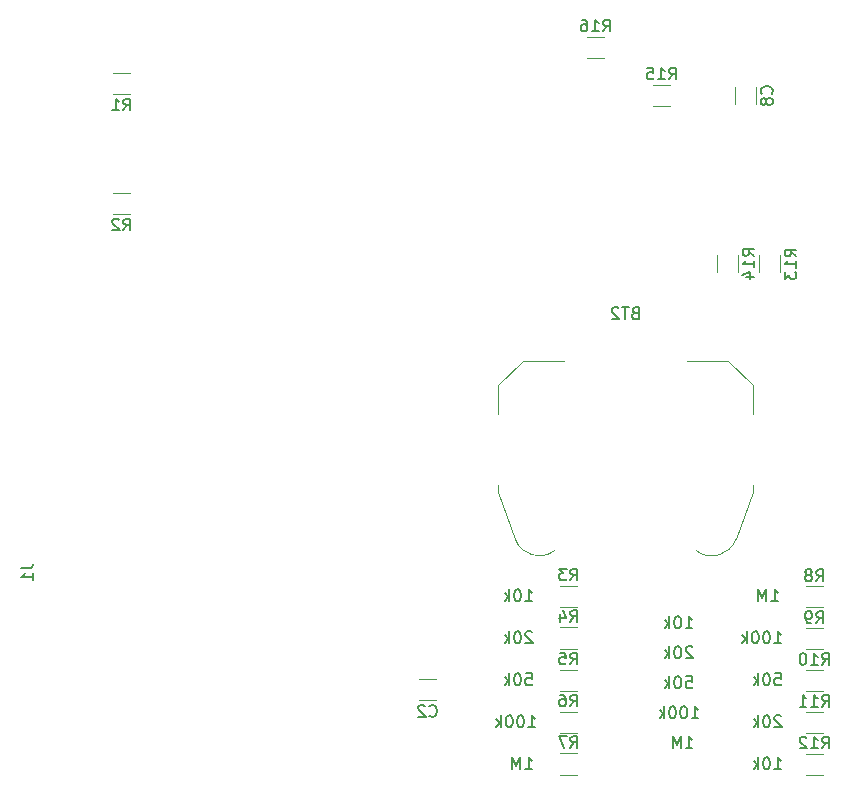
<source format=gbr>
%TF.GenerationSoftware,KiCad,Pcbnew,7.0.7*%
%TF.CreationDate,2024-11-29T17:50:20-06:00*%
%TF.ProjectId,DAQ Rev 2,44415120-5265-4762-9032-2e6b69636164,rev?*%
%TF.SameCoordinates,Original*%
%TF.FileFunction,Legend,Bot*%
%TF.FilePolarity,Positive*%
%FSLAX46Y46*%
G04 Gerber Fmt 4.6, Leading zero omitted, Abs format (unit mm)*
G04 Created by KiCad (PCBNEW 7.0.7) date 2024-11-29 17:50:20*
%MOMM*%
%LPD*%
G01*
G04 APERTURE LIST*
%ADD10C,0.150000*%
%ADD11C,0.120000*%
G04 APERTURE END LIST*
D10*
X163223411Y-114423819D02*
X163794839Y-114423819D01*
X163509125Y-114423819D02*
X163509125Y-113423819D01*
X163509125Y-113423819D02*
X163604363Y-113566676D01*
X163604363Y-113566676D02*
X163699601Y-113661914D01*
X163699601Y-113661914D02*
X163794839Y-113709533D01*
X162794839Y-114423819D02*
X162794839Y-113423819D01*
X162794839Y-113423819D02*
X162461506Y-114138104D01*
X162461506Y-114138104D02*
X162128173Y-113423819D01*
X162128173Y-113423819D02*
X162128173Y-114423819D01*
X177363503Y-104121057D02*
X177315884Y-104073438D01*
X177315884Y-104073438D02*
X177220646Y-104025819D01*
X177220646Y-104025819D02*
X176982551Y-104025819D01*
X176982551Y-104025819D02*
X176887313Y-104073438D01*
X176887313Y-104073438D02*
X176839694Y-104121057D01*
X176839694Y-104121057D02*
X176792075Y-104216295D01*
X176792075Y-104216295D02*
X176792075Y-104311533D01*
X176792075Y-104311533D02*
X176839694Y-104454390D01*
X176839694Y-104454390D02*
X177411122Y-105025819D01*
X177411122Y-105025819D02*
X176792075Y-105025819D01*
X176173027Y-104025819D02*
X176077789Y-104025819D01*
X176077789Y-104025819D02*
X175982551Y-104073438D01*
X175982551Y-104073438D02*
X175934932Y-104121057D01*
X175934932Y-104121057D02*
X175887313Y-104216295D01*
X175887313Y-104216295D02*
X175839694Y-104406771D01*
X175839694Y-104406771D02*
X175839694Y-104644866D01*
X175839694Y-104644866D02*
X175887313Y-104835342D01*
X175887313Y-104835342D02*
X175934932Y-104930580D01*
X175934932Y-104930580D02*
X175982551Y-104978200D01*
X175982551Y-104978200D02*
X176077789Y-105025819D01*
X176077789Y-105025819D02*
X176173027Y-105025819D01*
X176173027Y-105025819D02*
X176268265Y-104978200D01*
X176268265Y-104978200D02*
X176315884Y-104930580D01*
X176315884Y-104930580D02*
X176363503Y-104835342D01*
X176363503Y-104835342D02*
X176411122Y-104644866D01*
X176411122Y-104644866D02*
X176411122Y-104406771D01*
X176411122Y-104406771D02*
X176363503Y-104216295D01*
X176363503Y-104216295D02*
X176315884Y-104121057D01*
X176315884Y-104121057D02*
X176268265Y-104073438D01*
X176268265Y-104073438D02*
X176173027Y-104025819D01*
X175411122Y-105025819D02*
X175411122Y-104025819D01*
X175315884Y-104644866D02*
X175030170Y-105025819D01*
X175030170Y-104359152D02*
X175411122Y-104740104D01*
X163271030Y-106311819D02*
X163747220Y-106311819D01*
X163747220Y-106311819D02*
X163794839Y-106788009D01*
X163794839Y-106788009D02*
X163747220Y-106740390D01*
X163747220Y-106740390D02*
X163651982Y-106692771D01*
X163651982Y-106692771D02*
X163413887Y-106692771D01*
X163413887Y-106692771D02*
X163318649Y-106740390D01*
X163318649Y-106740390D02*
X163271030Y-106788009D01*
X163271030Y-106788009D02*
X163223411Y-106883247D01*
X163223411Y-106883247D02*
X163223411Y-107121342D01*
X163223411Y-107121342D02*
X163271030Y-107216580D01*
X163271030Y-107216580D02*
X163318649Y-107264200D01*
X163318649Y-107264200D02*
X163413887Y-107311819D01*
X163413887Y-107311819D02*
X163651982Y-107311819D01*
X163651982Y-107311819D02*
X163747220Y-107264200D01*
X163747220Y-107264200D02*
X163794839Y-107216580D01*
X162604363Y-106311819D02*
X162509125Y-106311819D01*
X162509125Y-106311819D02*
X162413887Y-106359438D01*
X162413887Y-106359438D02*
X162366268Y-106407057D01*
X162366268Y-106407057D02*
X162318649Y-106502295D01*
X162318649Y-106502295D02*
X162271030Y-106692771D01*
X162271030Y-106692771D02*
X162271030Y-106930866D01*
X162271030Y-106930866D02*
X162318649Y-107121342D01*
X162318649Y-107121342D02*
X162366268Y-107216580D01*
X162366268Y-107216580D02*
X162413887Y-107264200D01*
X162413887Y-107264200D02*
X162509125Y-107311819D01*
X162509125Y-107311819D02*
X162604363Y-107311819D01*
X162604363Y-107311819D02*
X162699601Y-107264200D01*
X162699601Y-107264200D02*
X162747220Y-107216580D01*
X162747220Y-107216580D02*
X162794839Y-107121342D01*
X162794839Y-107121342D02*
X162842458Y-106930866D01*
X162842458Y-106930866D02*
X162842458Y-106692771D01*
X162842458Y-106692771D02*
X162794839Y-106502295D01*
X162794839Y-106502295D02*
X162747220Y-106407057D01*
X162747220Y-106407057D02*
X162699601Y-106359438D01*
X162699601Y-106359438D02*
X162604363Y-106311819D01*
X161842458Y-107311819D02*
X161842458Y-106311819D01*
X161747220Y-106930866D02*
X161461506Y-107311819D01*
X161461506Y-106645152D02*
X161842458Y-107026104D01*
X184353030Y-106311819D02*
X184829220Y-106311819D01*
X184829220Y-106311819D02*
X184876839Y-106788009D01*
X184876839Y-106788009D02*
X184829220Y-106740390D01*
X184829220Y-106740390D02*
X184733982Y-106692771D01*
X184733982Y-106692771D02*
X184495887Y-106692771D01*
X184495887Y-106692771D02*
X184400649Y-106740390D01*
X184400649Y-106740390D02*
X184353030Y-106788009D01*
X184353030Y-106788009D02*
X184305411Y-106883247D01*
X184305411Y-106883247D02*
X184305411Y-107121342D01*
X184305411Y-107121342D02*
X184353030Y-107216580D01*
X184353030Y-107216580D02*
X184400649Y-107264200D01*
X184400649Y-107264200D02*
X184495887Y-107311819D01*
X184495887Y-107311819D02*
X184733982Y-107311819D01*
X184733982Y-107311819D02*
X184829220Y-107264200D01*
X184829220Y-107264200D02*
X184876839Y-107216580D01*
X183686363Y-106311819D02*
X183591125Y-106311819D01*
X183591125Y-106311819D02*
X183495887Y-106359438D01*
X183495887Y-106359438D02*
X183448268Y-106407057D01*
X183448268Y-106407057D02*
X183400649Y-106502295D01*
X183400649Y-106502295D02*
X183353030Y-106692771D01*
X183353030Y-106692771D02*
X183353030Y-106930866D01*
X183353030Y-106930866D02*
X183400649Y-107121342D01*
X183400649Y-107121342D02*
X183448268Y-107216580D01*
X183448268Y-107216580D02*
X183495887Y-107264200D01*
X183495887Y-107264200D02*
X183591125Y-107311819D01*
X183591125Y-107311819D02*
X183686363Y-107311819D01*
X183686363Y-107311819D02*
X183781601Y-107264200D01*
X183781601Y-107264200D02*
X183829220Y-107216580D01*
X183829220Y-107216580D02*
X183876839Y-107121342D01*
X183876839Y-107121342D02*
X183924458Y-106930866D01*
X183924458Y-106930866D02*
X183924458Y-106692771D01*
X183924458Y-106692771D02*
X183876839Y-106502295D01*
X183876839Y-106502295D02*
X183829220Y-106407057D01*
X183829220Y-106407057D02*
X183781601Y-106359438D01*
X183781601Y-106359438D02*
X183686363Y-106311819D01*
X182924458Y-107311819D02*
X182924458Y-106311819D01*
X182829220Y-106930866D02*
X182543506Y-107311819D01*
X182543506Y-106645152D02*
X182924458Y-107026104D01*
X176792075Y-112645819D02*
X177363503Y-112645819D01*
X177077789Y-112645819D02*
X177077789Y-111645819D01*
X177077789Y-111645819D02*
X177173027Y-111788676D01*
X177173027Y-111788676D02*
X177268265Y-111883914D01*
X177268265Y-111883914D02*
X177363503Y-111931533D01*
X176363503Y-112645819D02*
X176363503Y-111645819D01*
X176363503Y-111645819D02*
X176030170Y-112360104D01*
X176030170Y-112360104D02*
X175696837Y-111645819D01*
X175696837Y-111645819D02*
X175696837Y-112645819D01*
X176839694Y-106565819D02*
X177315884Y-106565819D01*
X177315884Y-106565819D02*
X177363503Y-107042009D01*
X177363503Y-107042009D02*
X177315884Y-106994390D01*
X177315884Y-106994390D02*
X177220646Y-106946771D01*
X177220646Y-106946771D02*
X176982551Y-106946771D01*
X176982551Y-106946771D02*
X176887313Y-106994390D01*
X176887313Y-106994390D02*
X176839694Y-107042009D01*
X176839694Y-107042009D02*
X176792075Y-107137247D01*
X176792075Y-107137247D02*
X176792075Y-107375342D01*
X176792075Y-107375342D02*
X176839694Y-107470580D01*
X176839694Y-107470580D02*
X176887313Y-107518200D01*
X176887313Y-107518200D02*
X176982551Y-107565819D01*
X176982551Y-107565819D02*
X177220646Y-107565819D01*
X177220646Y-107565819D02*
X177315884Y-107518200D01*
X177315884Y-107518200D02*
X177363503Y-107470580D01*
X176173027Y-106565819D02*
X176077789Y-106565819D01*
X176077789Y-106565819D02*
X175982551Y-106613438D01*
X175982551Y-106613438D02*
X175934932Y-106661057D01*
X175934932Y-106661057D02*
X175887313Y-106756295D01*
X175887313Y-106756295D02*
X175839694Y-106946771D01*
X175839694Y-106946771D02*
X175839694Y-107184866D01*
X175839694Y-107184866D02*
X175887313Y-107375342D01*
X175887313Y-107375342D02*
X175934932Y-107470580D01*
X175934932Y-107470580D02*
X175982551Y-107518200D01*
X175982551Y-107518200D02*
X176077789Y-107565819D01*
X176077789Y-107565819D02*
X176173027Y-107565819D01*
X176173027Y-107565819D02*
X176268265Y-107518200D01*
X176268265Y-107518200D02*
X176315884Y-107470580D01*
X176315884Y-107470580D02*
X176363503Y-107375342D01*
X176363503Y-107375342D02*
X176411122Y-107184866D01*
X176411122Y-107184866D02*
X176411122Y-106946771D01*
X176411122Y-106946771D02*
X176363503Y-106756295D01*
X176363503Y-106756295D02*
X176315884Y-106661057D01*
X176315884Y-106661057D02*
X176268265Y-106613438D01*
X176268265Y-106613438D02*
X176173027Y-106565819D01*
X175411122Y-107565819D02*
X175411122Y-106565819D01*
X175315884Y-107184866D02*
X175030170Y-107565819D01*
X175030170Y-106899152D02*
X175411122Y-107280104D01*
X163223411Y-100199819D02*
X163794839Y-100199819D01*
X163509125Y-100199819D02*
X163509125Y-99199819D01*
X163509125Y-99199819D02*
X163604363Y-99342676D01*
X163604363Y-99342676D02*
X163699601Y-99437914D01*
X163699601Y-99437914D02*
X163794839Y-99485533D01*
X162604363Y-99199819D02*
X162509125Y-99199819D01*
X162509125Y-99199819D02*
X162413887Y-99247438D01*
X162413887Y-99247438D02*
X162366268Y-99295057D01*
X162366268Y-99295057D02*
X162318649Y-99390295D01*
X162318649Y-99390295D02*
X162271030Y-99580771D01*
X162271030Y-99580771D02*
X162271030Y-99818866D01*
X162271030Y-99818866D02*
X162318649Y-100009342D01*
X162318649Y-100009342D02*
X162366268Y-100104580D01*
X162366268Y-100104580D02*
X162413887Y-100152200D01*
X162413887Y-100152200D02*
X162509125Y-100199819D01*
X162509125Y-100199819D02*
X162604363Y-100199819D01*
X162604363Y-100199819D02*
X162699601Y-100152200D01*
X162699601Y-100152200D02*
X162747220Y-100104580D01*
X162747220Y-100104580D02*
X162794839Y-100009342D01*
X162794839Y-100009342D02*
X162842458Y-99818866D01*
X162842458Y-99818866D02*
X162842458Y-99580771D01*
X162842458Y-99580771D02*
X162794839Y-99390295D01*
X162794839Y-99390295D02*
X162747220Y-99295057D01*
X162747220Y-99295057D02*
X162699601Y-99247438D01*
X162699601Y-99247438D02*
X162604363Y-99199819D01*
X161842458Y-100199819D02*
X161842458Y-99199819D01*
X161747220Y-99818866D02*
X161461506Y-100199819D01*
X161461506Y-99533152D02*
X161842458Y-99914104D01*
X184305411Y-114423819D02*
X184876839Y-114423819D01*
X184591125Y-114423819D02*
X184591125Y-113423819D01*
X184591125Y-113423819D02*
X184686363Y-113566676D01*
X184686363Y-113566676D02*
X184781601Y-113661914D01*
X184781601Y-113661914D02*
X184876839Y-113709533D01*
X183686363Y-113423819D02*
X183591125Y-113423819D01*
X183591125Y-113423819D02*
X183495887Y-113471438D01*
X183495887Y-113471438D02*
X183448268Y-113519057D01*
X183448268Y-113519057D02*
X183400649Y-113614295D01*
X183400649Y-113614295D02*
X183353030Y-113804771D01*
X183353030Y-113804771D02*
X183353030Y-114042866D01*
X183353030Y-114042866D02*
X183400649Y-114233342D01*
X183400649Y-114233342D02*
X183448268Y-114328580D01*
X183448268Y-114328580D02*
X183495887Y-114376200D01*
X183495887Y-114376200D02*
X183591125Y-114423819D01*
X183591125Y-114423819D02*
X183686363Y-114423819D01*
X183686363Y-114423819D02*
X183781601Y-114376200D01*
X183781601Y-114376200D02*
X183829220Y-114328580D01*
X183829220Y-114328580D02*
X183876839Y-114233342D01*
X183876839Y-114233342D02*
X183924458Y-114042866D01*
X183924458Y-114042866D02*
X183924458Y-113804771D01*
X183924458Y-113804771D02*
X183876839Y-113614295D01*
X183876839Y-113614295D02*
X183829220Y-113519057D01*
X183829220Y-113519057D02*
X183781601Y-113471438D01*
X183781601Y-113471438D02*
X183686363Y-113423819D01*
X182924458Y-114423819D02*
X182924458Y-113423819D01*
X182829220Y-114042866D02*
X182543506Y-114423819D01*
X182543506Y-113757152D02*
X182924458Y-114138104D01*
X184305411Y-103755819D02*
X184876839Y-103755819D01*
X184591125Y-103755819D02*
X184591125Y-102755819D01*
X184591125Y-102755819D02*
X184686363Y-102898676D01*
X184686363Y-102898676D02*
X184781601Y-102993914D01*
X184781601Y-102993914D02*
X184876839Y-103041533D01*
X183686363Y-102755819D02*
X183591125Y-102755819D01*
X183591125Y-102755819D02*
X183495887Y-102803438D01*
X183495887Y-102803438D02*
X183448268Y-102851057D01*
X183448268Y-102851057D02*
X183400649Y-102946295D01*
X183400649Y-102946295D02*
X183353030Y-103136771D01*
X183353030Y-103136771D02*
X183353030Y-103374866D01*
X183353030Y-103374866D02*
X183400649Y-103565342D01*
X183400649Y-103565342D02*
X183448268Y-103660580D01*
X183448268Y-103660580D02*
X183495887Y-103708200D01*
X183495887Y-103708200D02*
X183591125Y-103755819D01*
X183591125Y-103755819D02*
X183686363Y-103755819D01*
X183686363Y-103755819D02*
X183781601Y-103708200D01*
X183781601Y-103708200D02*
X183829220Y-103660580D01*
X183829220Y-103660580D02*
X183876839Y-103565342D01*
X183876839Y-103565342D02*
X183924458Y-103374866D01*
X183924458Y-103374866D02*
X183924458Y-103136771D01*
X183924458Y-103136771D02*
X183876839Y-102946295D01*
X183876839Y-102946295D02*
X183829220Y-102851057D01*
X183829220Y-102851057D02*
X183781601Y-102803438D01*
X183781601Y-102803438D02*
X183686363Y-102755819D01*
X182733982Y-102755819D02*
X182638744Y-102755819D01*
X182638744Y-102755819D02*
X182543506Y-102803438D01*
X182543506Y-102803438D02*
X182495887Y-102851057D01*
X182495887Y-102851057D02*
X182448268Y-102946295D01*
X182448268Y-102946295D02*
X182400649Y-103136771D01*
X182400649Y-103136771D02*
X182400649Y-103374866D01*
X182400649Y-103374866D02*
X182448268Y-103565342D01*
X182448268Y-103565342D02*
X182495887Y-103660580D01*
X182495887Y-103660580D02*
X182543506Y-103708200D01*
X182543506Y-103708200D02*
X182638744Y-103755819D01*
X182638744Y-103755819D02*
X182733982Y-103755819D01*
X182733982Y-103755819D02*
X182829220Y-103708200D01*
X182829220Y-103708200D02*
X182876839Y-103660580D01*
X182876839Y-103660580D02*
X182924458Y-103565342D01*
X182924458Y-103565342D02*
X182972077Y-103374866D01*
X182972077Y-103374866D02*
X182972077Y-103136771D01*
X182972077Y-103136771D02*
X182924458Y-102946295D01*
X182924458Y-102946295D02*
X182876839Y-102851057D01*
X182876839Y-102851057D02*
X182829220Y-102803438D01*
X182829220Y-102803438D02*
X182733982Y-102755819D01*
X181972077Y-103755819D02*
X181972077Y-102755819D01*
X181876839Y-103374866D02*
X181591125Y-103755819D01*
X181591125Y-103089152D02*
X181972077Y-103470104D01*
X184876839Y-109963057D02*
X184829220Y-109915438D01*
X184829220Y-109915438D02*
X184733982Y-109867819D01*
X184733982Y-109867819D02*
X184495887Y-109867819D01*
X184495887Y-109867819D02*
X184400649Y-109915438D01*
X184400649Y-109915438D02*
X184353030Y-109963057D01*
X184353030Y-109963057D02*
X184305411Y-110058295D01*
X184305411Y-110058295D02*
X184305411Y-110153533D01*
X184305411Y-110153533D02*
X184353030Y-110296390D01*
X184353030Y-110296390D02*
X184924458Y-110867819D01*
X184924458Y-110867819D02*
X184305411Y-110867819D01*
X183686363Y-109867819D02*
X183591125Y-109867819D01*
X183591125Y-109867819D02*
X183495887Y-109915438D01*
X183495887Y-109915438D02*
X183448268Y-109963057D01*
X183448268Y-109963057D02*
X183400649Y-110058295D01*
X183400649Y-110058295D02*
X183353030Y-110248771D01*
X183353030Y-110248771D02*
X183353030Y-110486866D01*
X183353030Y-110486866D02*
X183400649Y-110677342D01*
X183400649Y-110677342D02*
X183448268Y-110772580D01*
X183448268Y-110772580D02*
X183495887Y-110820200D01*
X183495887Y-110820200D02*
X183591125Y-110867819D01*
X183591125Y-110867819D02*
X183686363Y-110867819D01*
X183686363Y-110867819D02*
X183781601Y-110820200D01*
X183781601Y-110820200D02*
X183829220Y-110772580D01*
X183829220Y-110772580D02*
X183876839Y-110677342D01*
X183876839Y-110677342D02*
X183924458Y-110486866D01*
X183924458Y-110486866D02*
X183924458Y-110248771D01*
X183924458Y-110248771D02*
X183876839Y-110058295D01*
X183876839Y-110058295D02*
X183829220Y-109963057D01*
X183829220Y-109963057D02*
X183781601Y-109915438D01*
X183781601Y-109915438D02*
X183686363Y-109867819D01*
X182924458Y-110867819D02*
X182924458Y-109867819D01*
X182829220Y-110486866D02*
X182543506Y-110867819D01*
X182543506Y-110201152D02*
X182924458Y-110582104D01*
X163477411Y-110867819D02*
X164048839Y-110867819D01*
X163763125Y-110867819D02*
X163763125Y-109867819D01*
X163763125Y-109867819D02*
X163858363Y-110010676D01*
X163858363Y-110010676D02*
X163953601Y-110105914D01*
X163953601Y-110105914D02*
X164048839Y-110153533D01*
X162858363Y-109867819D02*
X162763125Y-109867819D01*
X162763125Y-109867819D02*
X162667887Y-109915438D01*
X162667887Y-109915438D02*
X162620268Y-109963057D01*
X162620268Y-109963057D02*
X162572649Y-110058295D01*
X162572649Y-110058295D02*
X162525030Y-110248771D01*
X162525030Y-110248771D02*
X162525030Y-110486866D01*
X162525030Y-110486866D02*
X162572649Y-110677342D01*
X162572649Y-110677342D02*
X162620268Y-110772580D01*
X162620268Y-110772580D02*
X162667887Y-110820200D01*
X162667887Y-110820200D02*
X162763125Y-110867819D01*
X162763125Y-110867819D02*
X162858363Y-110867819D01*
X162858363Y-110867819D02*
X162953601Y-110820200D01*
X162953601Y-110820200D02*
X163001220Y-110772580D01*
X163001220Y-110772580D02*
X163048839Y-110677342D01*
X163048839Y-110677342D02*
X163096458Y-110486866D01*
X163096458Y-110486866D02*
X163096458Y-110248771D01*
X163096458Y-110248771D02*
X163048839Y-110058295D01*
X163048839Y-110058295D02*
X163001220Y-109963057D01*
X163001220Y-109963057D02*
X162953601Y-109915438D01*
X162953601Y-109915438D02*
X162858363Y-109867819D01*
X161905982Y-109867819D02*
X161810744Y-109867819D01*
X161810744Y-109867819D02*
X161715506Y-109915438D01*
X161715506Y-109915438D02*
X161667887Y-109963057D01*
X161667887Y-109963057D02*
X161620268Y-110058295D01*
X161620268Y-110058295D02*
X161572649Y-110248771D01*
X161572649Y-110248771D02*
X161572649Y-110486866D01*
X161572649Y-110486866D02*
X161620268Y-110677342D01*
X161620268Y-110677342D02*
X161667887Y-110772580D01*
X161667887Y-110772580D02*
X161715506Y-110820200D01*
X161715506Y-110820200D02*
X161810744Y-110867819D01*
X161810744Y-110867819D02*
X161905982Y-110867819D01*
X161905982Y-110867819D02*
X162001220Y-110820200D01*
X162001220Y-110820200D02*
X162048839Y-110772580D01*
X162048839Y-110772580D02*
X162096458Y-110677342D01*
X162096458Y-110677342D02*
X162144077Y-110486866D01*
X162144077Y-110486866D02*
X162144077Y-110248771D01*
X162144077Y-110248771D02*
X162096458Y-110058295D01*
X162096458Y-110058295D02*
X162048839Y-109963057D01*
X162048839Y-109963057D02*
X162001220Y-109915438D01*
X162001220Y-109915438D02*
X161905982Y-109867819D01*
X161144077Y-110867819D02*
X161144077Y-109867819D01*
X161048839Y-110486866D02*
X160763125Y-110867819D01*
X160763125Y-110201152D02*
X161144077Y-110582104D01*
X184051411Y-100199819D02*
X184622839Y-100199819D01*
X184337125Y-100199819D02*
X184337125Y-99199819D01*
X184337125Y-99199819D02*
X184432363Y-99342676D01*
X184432363Y-99342676D02*
X184527601Y-99437914D01*
X184527601Y-99437914D02*
X184622839Y-99485533D01*
X183622839Y-100199819D02*
X183622839Y-99199819D01*
X183622839Y-99199819D02*
X183289506Y-99914104D01*
X183289506Y-99914104D02*
X182956173Y-99199819D01*
X182956173Y-99199819D02*
X182956173Y-100199819D01*
X176792075Y-102485819D02*
X177363503Y-102485819D01*
X177077789Y-102485819D02*
X177077789Y-101485819D01*
X177077789Y-101485819D02*
X177173027Y-101628676D01*
X177173027Y-101628676D02*
X177268265Y-101723914D01*
X177268265Y-101723914D02*
X177363503Y-101771533D01*
X176173027Y-101485819D02*
X176077789Y-101485819D01*
X176077789Y-101485819D02*
X175982551Y-101533438D01*
X175982551Y-101533438D02*
X175934932Y-101581057D01*
X175934932Y-101581057D02*
X175887313Y-101676295D01*
X175887313Y-101676295D02*
X175839694Y-101866771D01*
X175839694Y-101866771D02*
X175839694Y-102104866D01*
X175839694Y-102104866D02*
X175887313Y-102295342D01*
X175887313Y-102295342D02*
X175934932Y-102390580D01*
X175934932Y-102390580D02*
X175982551Y-102438200D01*
X175982551Y-102438200D02*
X176077789Y-102485819D01*
X176077789Y-102485819D02*
X176173027Y-102485819D01*
X176173027Y-102485819D02*
X176268265Y-102438200D01*
X176268265Y-102438200D02*
X176315884Y-102390580D01*
X176315884Y-102390580D02*
X176363503Y-102295342D01*
X176363503Y-102295342D02*
X176411122Y-102104866D01*
X176411122Y-102104866D02*
X176411122Y-101866771D01*
X176411122Y-101866771D02*
X176363503Y-101676295D01*
X176363503Y-101676295D02*
X176315884Y-101581057D01*
X176315884Y-101581057D02*
X176268265Y-101533438D01*
X176268265Y-101533438D02*
X176173027Y-101485819D01*
X175411122Y-102485819D02*
X175411122Y-101485819D01*
X175315884Y-102104866D02*
X175030170Y-102485819D01*
X175030170Y-101819152D02*
X175411122Y-102200104D01*
X163794839Y-102851057D02*
X163747220Y-102803438D01*
X163747220Y-102803438D02*
X163651982Y-102755819D01*
X163651982Y-102755819D02*
X163413887Y-102755819D01*
X163413887Y-102755819D02*
X163318649Y-102803438D01*
X163318649Y-102803438D02*
X163271030Y-102851057D01*
X163271030Y-102851057D02*
X163223411Y-102946295D01*
X163223411Y-102946295D02*
X163223411Y-103041533D01*
X163223411Y-103041533D02*
X163271030Y-103184390D01*
X163271030Y-103184390D02*
X163842458Y-103755819D01*
X163842458Y-103755819D02*
X163223411Y-103755819D01*
X162604363Y-102755819D02*
X162509125Y-102755819D01*
X162509125Y-102755819D02*
X162413887Y-102803438D01*
X162413887Y-102803438D02*
X162366268Y-102851057D01*
X162366268Y-102851057D02*
X162318649Y-102946295D01*
X162318649Y-102946295D02*
X162271030Y-103136771D01*
X162271030Y-103136771D02*
X162271030Y-103374866D01*
X162271030Y-103374866D02*
X162318649Y-103565342D01*
X162318649Y-103565342D02*
X162366268Y-103660580D01*
X162366268Y-103660580D02*
X162413887Y-103708200D01*
X162413887Y-103708200D02*
X162509125Y-103755819D01*
X162509125Y-103755819D02*
X162604363Y-103755819D01*
X162604363Y-103755819D02*
X162699601Y-103708200D01*
X162699601Y-103708200D02*
X162747220Y-103660580D01*
X162747220Y-103660580D02*
X162794839Y-103565342D01*
X162794839Y-103565342D02*
X162842458Y-103374866D01*
X162842458Y-103374866D02*
X162842458Y-103136771D01*
X162842458Y-103136771D02*
X162794839Y-102946295D01*
X162794839Y-102946295D02*
X162747220Y-102851057D01*
X162747220Y-102851057D02*
X162699601Y-102803438D01*
X162699601Y-102803438D02*
X162604363Y-102755819D01*
X161842458Y-103755819D02*
X161842458Y-102755819D01*
X161747220Y-103374866D02*
X161461506Y-103755819D01*
X161461506Y-103089152D02*
X161842458Y-103470104D01*
X177300075Y-110105819D02*
X177871503Y-110105819D01*
X177585789Y-110105819D02*
X177585789Y-109105819D01*
X177585789Y-109105819D02*
X177681027Y-109248676D01*
X177681027Y-109248676D02*
X177776265Y-109343914D01*
X177776265Y-109343914D02*
X177871503Y-109391533D01*
X176681027Y-109105819D02*
X176585789Y-109105819D01*
X176585789Y-109105819D02*
X176490551Y-109153438D01*
X176490551Y-109153438D02*
X176442932Y-109201057D01*
X176442932Y-109201057D02*
X176395313Y-109296295D01*
X176395313Y-109296295D02*
X176347694Y-109486771D01*
X176347694Y-109486771D02*
X176347694Y-109724866D01*
X176347694Y-109724866D02*
X176395313Y-109915342D01*
X176395313Y-109915342D02*
X176442932Y-110010580D01*
X176442932Y-110010580D02*
X176490551Y-110058200D01*
X176490551Y-110058200D02*
X176585789Y-110105819D01*
X176585789Y-110105819D02*
X176681027Y-110105819D01*
X176681027Y-110105819D02*
X176776265Y-110058200D01*
X176776265Y-110058200D02*
X176823884Y-110010580D01*
X176823884Y-110010580D02*
X176871503Y-109915342D01*
X176871503Y-109915342D02*
X176919122Y-109724866D01*
X176919122Y-109724866D02*
X176919122Y-109486771D01*
X176919122Y-109486771D02*
X176871503Y-109296295D01*
X176871503Y-109296295D02*
X176823884Y-109201057D01*
X176823884Y-109201057D02*
X176776265Y-109153438D01*
X176776265Y-109153438D02*
X176681027Y-109105819D01*
X175728646Y-109105819D02*
X175633408Y-109105819D01*
X175633408Y-109105819D02*
X175538170Y-109153438D01*
X175538170Y-109153438D02*
X175490551Y-109201057D01*
X175490551Y-109201057D02*
X175442932Y-109296295D01*
X175442932Y-109296295D02*
X175395313Y-109486771D01*
X175395313Y-109486771D02*
X175395313Y-109724866D01*
X175395313Y-109724866D02*
X175442932Y-109915342D01*
X175442932Y-109915342D02*
X175490551Y-110010580D01*
X175490551Y-110010580D02*
X175538170Y-110058200D01*
X175538170Y-110058200D02*
X175633408Y-110105819D01*
X175633408Y-110105819D02*
X175728646Y-110105819D01*
X175728646Y-110105819D02*
X175823884Y-110058200D01*
X175823884Y-110058200D02*
X175871503Y-110010580D01*
X175871503Y-110010580D02*
X175919122Y-109915342D01*
X175919122Y-109915342D02*
X175966741Y-109724866D01*
X175966741Y-109724866D02*
X175966741Y-109486771D01*
X175966741Y-109486771D02*
X175919122Y-109296295D01*
X175919122Y-109296295D02*
X175871503Y-109201057D01*
X175871503Y-109201057D02*
X175823884Y-109153438D01*
X175823884Y-109153438D02*
X175728646Y-109105819D01*
X174966741Y-110105819D02*
X174966741Y-109105819D01*
X174871503Y-109724866D02*
X174585789Y-110105819D01*
X174585789Y-109439152D02*
X174966741Y-109820104D01*
X155106666Y-109905580D02*
X155154285Y-109953200D01*
X155154285Y-109953200D02*
X155297142Y-110000819D01*
X155297142Y-110000819D02*
X155392380Y-110000819D01*
X155392380Y-110000819D02*
X155535237Y-109953200D01*
X155535237Y-109953200D02*
X155630475Y-109857961D01*
X155630475Y-109857961D02*
X155678094Y-109762723D01*
X155678094Y-109762723D02*
X155725713Y-109572247D01*
X155725713Y-109572247D02*
X155725713Y-109429390D01*
X155725713Y-109429390D02*
X155678094Y-109238914D01*
X155678094Y-109238914D02*
X155630475Y-109143676D01*
X155630475Y-109143676D02*
X155535237Y-109048438D01*
X155535237Y-109048438D02*
X155392380Y-109000819D01*
X155392380Y-109000819D02*
X155297142Y-109000819D01*
X155297142Y-109000819D02*
X155154285Y-109048438D01*
X155154285Y-109048438D02*
X155106666Y-109096057D01*
X154725713Y-109096057D02*
X154678094Y-109048438D01*
X154678094Y-109048438D02*
X154582856Y-109000819D01*
X154582856Y-109000819D02*
X154344761Y-109000819D01*
X154344761Y-109000819D02*
X154249523Y-109048438D01*
X154249523Y-109048438D02*
X154201904Y-109096057D01*
X154201904Y-109096057D02*
X154154285Y-109191295D01*
X154154285Y-109191295D02*
X154154285Y-109286533D01*
X154154285Y-109286533D02*
X154201904Y-109429390D01*
X154201904Y-109429390D02*
X154773332Y-110000819D01*
X154773332Y-110000819D02*
X154154285Y-110000819D01*
X129198666Y-68822819D02*
X129531999Y-68346628D01*
X129770094Y-68822819D02*
X129770094Y-67822819D01*
X129770094Y-67822819D02*
X129389142Y-67822819D01*
X129389142Y-67822819D02*
X129293904Y-67870438D01*
X129293904Y-67870438D02*
X129246285Y-67918057D01*
X129246285Y-67918057D02*
X129198666Y-68013295D01*
X129198666Y-68013295D02*
X129198666Y-68156152D01*
X129198666Y-68156152D02*
X129246285Y-68251390D01*
X129246285Y-68251390D02*
X129293904Y-68299009D01*
X129293904Y-68299009D02*
X129389142Y-68346628D01*
X129389142Y-68346628D02*
X129770094Y-68346628D01*
X128817713Y-67918057D02*
X128770094Y-67870438D01*
X128770094Y-67870438D02*
X128674856Y-67822819D01*
X128674856Y-67822819D02*
X128436761Y-67822819D01*
X128436761Y-67822819D02*
X128341523Y-67870438D01*
X128341523Y-67870438D02*
X128293904Y-67918057D01*
X128293904Y-67918057D02*
X128246285Y-68013295D01*
X128246285Y-68013295D02*
X128246285Y-68108533D01*
X128246285Y-68108533D02*
X128293904Y-68251390D01*
X128293904Y-68251390D02*
X128865332Y-68822819D01*
X128865332Y-68822819D02*
X128246285Y-68822819D01*
X172489714Y-75807009D02*
X172346857Y-75854628D01*
X172346857Y-75854628D02*
X172299238Y-75902247D01*
X172299238Y-75902247D02*
X172251619Y-75997485D01*
X172251619Y-75997485D02*
X172251619Y-76140342D01*
X172251619Y-76140342D02*
X172299238Y-76235580D01*
X172299238Y-76235580D02*
X172346857Y-76283200D01*
X172346857Y-76283200D02*
X172442095Y-76330819D01*
X172442095Y-76330819D02*
X172823047Y-76330819D01*
X172823047Y-76330819D02*
X172823047Y-75330819D01*
X172823047Y-75330819D02*
X172489714Y-75330819D01*
X172489714Y-75330819D02*
X172394476Y-75378438D01*
X172394476Y-75378438D02*
X172346857Y-75426057D01*
X172346857Y-75426057D02*
X172299238Y-75521295D01*
X172299238Y-75521295D02*
X172299238Y-75616533D01*
X172299238Y-75616533D02*
X172346857Y-75711771D01*
X172346857Y-75711771D02*
X172394476Y-75759390D01*
X172394476Y-75759390D02*
X172489714Y-75807009D01*
X172489714Y-75807009D02*
X172823047Y-75807009D01*
X171965904Y-75330819D02*
X171394476Y-75330819D01*
X171680190Y-76330819D02*
X171680190Y-75330819D01*
X171108761Y-75426057D02*
X171061142Y-75378438D01*
X171061142Y-75378438D02*
X170965904Y-75330819D01*
X170965904Y-75330819D02*
X170727809Y-75330819D01*
X170727809Y-75330819D02*
X170632571Y-75378438D01*
X170632571Y-75378438D02*
X170584952Y-75426057D01*
X170584952Y-75426057D02*
X170537333Y-75521295D01*
X170537333Y-75521295D02*
X170537333Y-75616533D01*
X170537333Y-75616533D02*
X170584952Y-75759390D01*
X170584952Y-75759390D02*
X171156380Y-76330819D01*
X171156380Y-76330819D02*
X170537333Y-76330819D01*
X188343857Y-109130819D02*
X188677190Y-108654628D01*
X188915285Y-109130819D02*
X188915285Y-108130819D01*
X188915285Y-108130819D02*
X188534333Y-108130819D01*
X188534333Y-108130819D02*
X188439095Y-108178438D01*
X188439095Y-108178438D02*
X188391476Y-108226057D01*
X188391476Y-108226057D02*
X188343857Y-108321295D01*
X188343857Y-108321295D02*
X188343857Y-108464152D01*
X188343857Y-108464152D02*
X188391476Y-108559390D01*
X188391476Y-108559390D02*
X188439095Y-108607009D01*
X188439095Y-108607009D02*
X188534333Y-108654628D01*
X188534333Y-108654628D02*
X188915285Y-108654628D01*
X187391476Y-109130819D02*
X187962904Y-109130819D01*
X187677190Y-109130819D02*
X187677190Y-108130819D01*
X187677190Y-108130819D02*
X187772428Y-108273676D01*
X187772428Y-108273676D02*
X187867666Y-108368914D01*
X187867666Y-108368914D02*
X187962904Y-108416533D01*
X186439095Y-109130819D02*
X187010523Y-109130819D01*
X186724809Y-109130819D02*
X186724809Y-108130819D01*
X186724809Y-108130819D02*
X186820047Y-108273676D01*
X186820047Y-108273676D02*
X186915285Y-108368914D01*
X186915285Y-108368914D02*
X187010523Y-108416533D01*
X167044666Y-109124819D02*
X167377999Y-108648628D01*
X167616094Y-109124819D02*
X167616094Y-108124819D01*
X167616094Y-108124819D02*
X167235142Y-108124819D01*
X167235142Y-108124819D02*
X167139904Y-108172438D01*
X167139904Y-108172438D02*
X167092285Y-108220057D01*
X167092285Y-108220057D02*
X167044666Y-108315295D01*
X167044666Y-108315295D02*
X167044666Y-108458152D01*
X167044666Y-108458152D02*
X167092285Y-108553390D01*
X167092285Y-108553390D02*
X167139904Y-108601009D01*
X167139904Y-108601009D02*
X167235142Y-108648628D01*
X167235142Y-108648628D02*
X167616094Y-108648628D01*
X166187523Y-108124819D02*
X166377999Y-108124819D01*
X166377999Y-108124819D02*
X166473237Y-108172438D01*
X166473237Y-108172438D02*
X166520856Y-108220057D01*
X166520856Y-108220057D02*
X166616094Y-108362914D01*
X166616094Y-108362914D02*
X166663713Y-108553390D01*
X166663713Y-108553390D02*
X166663713Y-108934342D01*
X166663713Y-108934342D02*
X166616094Y-109029580D01*
X166616094Y-109029580D02*
X166568475Y-109077200D01*
X166568475Y-109077200D02*
X166473237Y-109124819D01*
X166473237Y-109124819D02*
X166282761Y-109124819D01*
X166282761Y-109124819D02*
X166187523Y-109077200D01*
X166187523Y-109077200D02*
X166139904Y-109029580D01*
X166139904Y-109029580D02*
X166092285Y-108934342D01*
X166092285Y-108934342D02*
X166092285Y-108696247D01*
X166092285Y-108696247D02*
X166139904Y-108601009D01*
X166139904Y-108601009D02*
X166187523Y-108553390D01*
X166187523Y-108553390D02*
X166282761Y-108505771D01*
X166282761Y-108505771D02*
X166473237Y-108505771D01*
X166473237Y-108505771D02*
X166568475Y-108553390D01*
X166568475Y-108553390D02*
X166616094Y-108601009D01*
X166616094Y-108601009D02*
X166663713Y-108696247D01*
X184073580Y-57237333D02*
X184121200Y-57189714D01*
X184121200Y-57189714D02*
X184168819Y-57046857D01*
X184168819Y-57046857D02*
X184168819Y-56951619D01*
X184168819Y-56951619D02*
X184121200Y-56808762D01*
X184121200Y-56808762D02*
X184025961Y-56713524D01*
X184025961Y-56713524D02*
X183930723Y-56665905D01*
X183930723Y-56665905D02*
X183740247Y-56618286D01*
X183740247Y-56618286D02*
X183597390Y-56618286D01*
X183597390Y-56618286D02*
X183406914Y-56665905D01*
X183406914Y-56665905D02*
X183311676Y-56713524D01*
X183311676Y-56713524D02*
X183216438Y-56808762D01*
X183216438Y-56808762D02*
X183168819Y-56951619D01*
X183168819Y-56951619D02*
X183168819Y-57046857D01*
X183168819Y-57046857D02*
X183216438Y-57189714D01*
X183216438Y-57189714D02*
X183264057Y-57237333D01*
X183597390Y-57808762D02*
X183549771Y-57713524D01*
X183549771Y-57713524D02*
X183502152Y-57665905D01*
X183502152Y-57665905D02*
X183406914Y-57618286D01*
X183406914Y-57618286D02*
X183359295Y-57618286D01*
X183359295Y-57618286D02*
X183264057Y-57665905D01*
X183264057Y-57665905D02*
X183216438Y-57713524D01*
X183216438Y-57713524D02*
X183168819Y-57808762D01*
X183168819Y-57808762D02*
X183168819Y-57999238D01*
X183168819Y-57999238D02*
X183216438Y-58094476D01*
X183216438Y-58094476D02*
X183264057Y-58142095D01*
X183264057Y-58142095D02*
X183359295Y-58189714D01*
X183359295Y-58189714D02*
X183406914Y-58189714D01*
X183406914Y-58189714D02*
X183502152Y-58142095D01*
X183502152Y-58142095D02*
X183549771Y-58094476D01*
X183549771Y-58094476D02*
X183597390Y-57999238D01*
X183597390Y-57999238D02*
X183597390Y-57808762D01*
X183597390Y-57808762D02*
X183645009Y-57713524D01*
X183645009Y-57713524D02*
X183692628Y-57665905D01*
X183692628Y-57665905D02*
X183787866Y-57618286D01*
X183787866Y-57618286D02*
X183978342Y-57618286D01*
X183978342Y-57618286D02*
X184073580Y-57665905D01*
X184073580Y-57665905D02*
X184121200Y-57713524D01*
X184121200Y-57713524D02*
X184168819Y-57808762D01*
X184168819Y-57808762D02*
X184168819Y-57999238D01*
X184168819Y-57999238D02*
X184121200Y-58094476D01*
X184121200Y-58094476D02*
X184073580Y-58142095D01*
X184073580Y-58142095D02*
X183978342Y-58189714D01*
X183978342Y-58189714D02*
X183787866Y-58189714D01*
X183787866Y-58189714D02*
X183692628Y-58142095D01*
X183692628Y-58142095D02*
X183645009Y-58094476D01*
X183645009Y-58094476D02*
X183597390Y-57999238D01*
X167044666Y-98456819D02*
X167377999Y-97980628D01*
X167616094Y-98456819D02*
X167616094Y-97456819D01*
X167616094Y-97456819D02*
X167235142Y-97456819D01*
X167235142Y-97456819D02*
X167139904Y-97504438D01*
X167139904Y-97504438D02*
X167092285Y-97552057D01*
X167092285Y-97552057D02*
X167044666Y-97647295D01*
X167044666Y-97647295D02*
X167044666Y-97790152D01*
X167044666Y-97790152D02*
X167092285Y-97885390D01*
X167092285Y-97885390D02*
X167139904Y-97933009D01*
X167139904Y-97933009D02*
X167235142Y-97980628D01*
X167235142Y-97980628D02*
X167616094Y-97980628D01*
X166711332Y-97456819D02*
X166092285Y-97456819D01*
X166092285Y-97456819D02*
X166425618Y-97837771D01*
X166425618Y-97837771D02*
X166282761Y-97837771D01*
X166282761Y-97837771D02*
X166187523Y-97885390D01*
X166187523Y-97885390D02*
X166139904Y-97933009D01*
X166139904Y-97933009D02*
X166092285Y-98028247D01*
X166092285Y-98028247D02*
X166092285Y-98266342D01*
X166092285Y-98266342D02*
X166139904Y-98361580D01*
X166139904Y-98361580D02*
X166187523Y-98409200D01*
X166187523Y-98409200D02*
X166282761Y-98456819D01*
X166282761Y-98456819D02*
X166568475Y-98456819D01*
X166568475Y-98456819D02*
X166663713Y-98409200D01*
X166663713Y-98409200D02*
X166711332Y-98361580D01*
X188343857Y-112674819D02*
X188677190Y-112198628D01*
X188915285Y-112674819D02*
X188915285Y-111674819D01*
X188915285Y-111674819D02*
X188534333Y-111674819D01*
X188534333Y-111674819D02*
X188439095Y-111722438D01*
X188439095Y-111722438D02*
X188391476Y-111770057D01*
X188391476Y-111770057D02*
X188343857Y-111865295D01*
X188343857Y-111865295D02*
X188343857Y-112008152D01*
X188343857Y-112008152D02*
X188391476Y-112103390D01*
X188391476Y-112103390D02*
X188439095Y-112151009D01*
X188439095Y-112151009D02*
X188534333Y-112198628D01*
X188534333Y-112198628D02*
X188915285Y-112198628D01*
X187391476Y-112674819D02*
X187962904Y-112674819D01*
X187677190Y-112674819D02*
X187677190Y-111674819D01*
X187677190Y-111674819D02*
X187772428Y-111817676D01*
X187772428Y-111817676D02*
X187867666Y-111912914D01*
X187867666Y-111912914D02*
X187962904Y-111960533D01*
X187010523Y-111770057D02*
X186962904Y-111722438D01*
X186962904Y-111722438D02*
X186867666Y-111674819D01*
X186867666Y-111674819D02*
X186629571Y-111674819D01*
X186629571Y-111674819D02*
X186534333Y-111722438D01*
X186534333Y-111722438D02*
X186486714Y-111770057D01*
X186486714Y-111770057D02*
X186439095Y-111865295D01*
X186439095Y-111865295D02*
X186439095Y-111960533D01*
X186439095Y-111960533D02*
X186486714Y-112103390D01*
X186486714Y-112103390D02*
X187058142Y-112674819D01*
X187058142Y-112674819D02*
X186439095Y-112674819D01*
X169806857Y-51974819D02*
X170140190Y-51498628D01*
X170378285Y-51974819D02*
X170378285Y-50974819D01*
X170378285Y-50974819D02*
X169997333Y-50974819D01*
X169997333Y-50974819D02*
X169902095Y-51022438D01*
X169902095Y-51022438D02*
X169854476Y-51070057D01*
X169854476Y-51070057D02*
X169806857Y-51165295D01*
X169806857Y-51165295D02*
X169806857Y-51308152D01*
X169806857Y-51308152D02*
X169854476Y-51403390D01*
X169854476Y-51403390D02*
X169902095Y-51451009D01*
X169902095Y-51451009D02*
X169997333Y-51498628D01*
X169997333Y-51498628D02*
X170378285Y-51498628D01*
X168854476Y-51974819D02*
X169425904Y-51974819D01*
X169140190Y-51974819D02*
X169140190Y-50974819D01*
X169140190Y-50974819D02*
X169235428Y-51117676D01*
X169235428Y-51117676D02*
X169330666Y-51212914D01*
X169330666Y-51212914D02*
X169425904Y-51260533D01*
X167997333Y-50974819D02*
X168187809Y-50974819D01*
X168187809Y-50974819D02*
X168283047Y-51022438D01*
X168283047Y-51022438D02*
X168330666Y-51070057D01*
X168330666Y-51070057D02*
X168425904Y-51212914D01*
X168425904Y-51212914D02*
X168473523Y-51403390D01*
X168473523Y-51403390D02*
X168473523Y-51784342D01*
X168473523Y-51784342D02*
X168425904Y-51879580D01*
X168425904Y-51879580D02*
X168378285Y-51927200D01*
X168378285Y-51927200D02*
X168283047Y-51974819D01*
X168283047Y-51974819D02*
X168092571Y-51974819D01*
X168092571Y-51974819D02*
X167997333Y-51927200D01*
X167997333Y-51927200D02*
X167949714Y-51879580D01*
X167949714Y-51879580D02*
X167902095Y-51784342D01*
X167902095Y-51784342D02*
X167902095Y-51546247D01*
X167902095Y-51546247D02*
X167949714Y-51451009D01*
X167949714Y-51451009D02*
X167997333Y-51403390D01*
X167997333Y-51403390D02*
X168092571Y-51355771D01*
X168092571Y-51355771D02*
X168283047Y-51355771D01*
X168283047Y-51355771D02*
X168378285Y-51403390D01*
X168378285Y-51403390D02*
X168425904Y-51451009D01*
X168425904Y-51451009D02*
X168473523Y-51546247D01*
X167044666Y-105568819D02*
X167377999Y-105092628D01*
X167616094Y-105568819D02*
X167616094Y-104568819D01*
X167616094Y-104568819D02*
X167235142Y-104568819D01*
X167235142Y-104568819D02*
X167139904Y-104616438D01*
X167139904Y-104616438D02*
X167092285Y-104664057D01*
X167092285Y-104664057D02*
X167044666Y-104759295D01*
X167044666Y-104759295D02*
X167044666Y-104902152D01*
X167044666Y-104902152D02*
X167092285Y-104997390D01*
X167092285Y-104997390D02*
X167139904Y-105045009D01*
X167139904Y-105045009D02*
X167235142Y-105092628D01*
X167235142Y-105092628D02*
X167616094Y-105092628D01*
X166139904Y-104568819D02*
X166616094Y-104568819D01*
X166616094Y-104568819D02*
X166663713Y-105045009D01*
X166663713Y-105045009D02*
X166616094Y-104997390D01*
X166616094Y-104997390D02*
X166520856Y-104949771D01*
X166520856Y-104949771D02*
X166282761Y-104949771D01*
X166282761Y-104949771D02*
X166187523Y-104997390D01*
X166187523Y-104997390D02*
X166139904Y-105045009D01*
X166139904Y-105045009D02*
X166092285Y-105140247D01*
X166092285Y-105140247D02*
X166092285Y-105378342D01*
X166092285Y-105378342D02*
X166139904Y-105473580D01*
X166139904Y-105473580D02*
X166187523Y-105521200D01*
X166187523Y-105521200D02*
X166282761Y-105568819D01*
X166282761Y-105568819D02*
X166520856Y-105568819D01*
X166520856Y-105568819D02*
X166616094Y-105521200D01*
X166616094Y-105521200D02*
X166663713Y-105473580D01*
X186170819Y-71011142D02*
X185694628Y-70677809D01*
X186170819Y-70439714D02*
X185170819Y-70439714D01*
X185170819Y-70439714D02*
X185170819Y-70820666D01*
X185170819Y-70820666D02*
X185218438Y-70915904D01*
X185218438Y-70915904D02*
X185266057Y-70963523D01*
X185266057Y-70963523D02*
X185361295Y-71011142D01*
X185361295Y-71011142D02*
X185504152Y-71011142D01*
X185504152Y-71011142D02*
X185599390Y-70963523D01*
X185599390Y-70963523D02*
X185647009Y-70915904D01*
X185647009Y-70915904D02*
X185694628Y-70820666D01*
X185694628Y-70820666D02*
X185694628Y-70439714D01*
X186170819Y-71963523D02*
X186170819Y-71392095D01*
X186170819Y-71677809D02*
X185170819Y-71677809D01*
X185170819Y-71677809D02*
X185313676Y-71582571D01*
X185313676Y-71582571D02*
X185408914Y-71487333D01*
X185408914Y-71487333D02*
X185456533Y-71392095D01*
X185170819Y-72296857D02*
X185170819Y-72915904D01*
X185170819Y-72915904D02*
X185551771Y-72582571D01*
X185551771Y-72582571D02*
X185551771Y-72725428D01*
X185551771Y-72725428D02*
X185599390Y-72820666D01*
X185599390Y-72820666D02*
X185647009Y-72868285D01*
X185647009Y-72868285D02*
X185742247Y-72915904D01*
X185742247Y-72915904D02*
X185980342Y-72915904D01*
X185980342Y-72915904D02*
X186075580Y-72868285D01*
X186075580Y-72868285D02*
X186123200Y-72820666D01*
X186123200Y-72820666D02*
X186170819Y-72725428D01*
X186170819Y-72725428D02*
X186170819Y-72439714D01*
X186170819Y-72439714D02*
X186123200Y-72344476D01*
X186123200Y-72344476D02*
X186075580Y-72296857D01*
X188343857Y-105610819D02*
X188677190Y-105134628D01*
X188915285Y-105610819D02*
X188915285Y-104610819D01*
X188915285Y-104610819D02*
X188534333Y-104610819D01*
X188534333Y-104610819D02*
X188439095Y-104658438D01*
X188439095Y-104658438D02*
X188391476Y-104706057D01*
X188391476Y-104706057D02*
X188343857Y-104801295D01*
X188343857Y-104801295D02*
X188343857Y-104944152D01*
X188343857Y-104944152D02*
X188391476Y-105039390D01*
X188391476Y-105039390D02*
X188439095Y-105087009D01*
X188439095Y-105087009D02*
X188534333Y-105134628D01*
X188534333Y-105134628D02*
X188915285Y-105134628D01*
X187391476Y-105610819D02*
X187962904Y-105610819D01*
X187677190Y-105610819D02*
X187677190Y-104610819D01*
X187677190Y-104610819D02*
X187772428Y-104753676D01*
X187772428Y-104753676D02*
X187867666Y-104848914D01*
X187867666Y-104848914D02*
X187962904Y-104896533D01*
X186772428Y-104610819D02*
X186677190Y-104610819D01*
X186677190Y-104610819D02*
X186581952Y-104658438D01*
X186581952Y-104658438D02*
X186534333Y-104706057D01*
X186534333Y-104706057D02*
X186486714Y-104801295D01*
X186486714Y-104801295D02*
X186439095Y-104991771D01*
X186439095Y-104991771D02*
X186439095Y-105229866D01*
X186439095Y-105229866D02*
X186486714Y-105420342D01*
X186486714Y-105420342D02*
X186534333Y-105515580D01*
X186534333Y-105515580D02*
X186581952Y-105563200D01*
X186581952Y-105563200D02*
X186677190Y-105610819D01*
X186677190Y-105610819D02*
X186772428Y-105610819D01*
X186772428Y-105610819D02*
X186867666Y-105563200D01*
X186867666Y-105563200D02*
X186915285Y-105515580D01*
X186915285Y-105515580D02*
X186962904Y-105420342D01*
X186962904Y-105420342D02*
X187010523Y-105229866D01*
X187010523Y-105229866D02*
X187010523Y-104991771D01*
X187010523Y-104991771D02*
X186962904Y-104801295D01*
X186962904Y-104801295D02*
X186915285Y-104706057D01*
X186915285Y-104706057D02*
X186867666Y-104658438D01*
X186867666Y-104658438D02*
X186772428Y-104610819D01*
X167044666Y-112644819D02*
X167377999Y-112168628D01*
X167616094Y-112644819D02*
X167616094Y-111644819D01*
X167616094Y-111644819D02*
X167235142Y-111644819D01*
X167235142Y-111644819D02*
X167139904Y-111692438D01*
X167139904Y-111692438D02*
X167092285Y-111740057D01*
X167092285Y-111740057D02*
X167044666Y-111835295D01*
X167044666Y-111835295D02*
X167044666Y-111978152D01*
X167044666Y-111978152D02*
X167092285Y-112073390D01*
X167092285Y-112073390D02*
X167139904Y-112121009D01*
X167139904Y-112121009D02*
X167235142Y-112168628D01*
X167235142Y-112168628D02*
X167616094Y-112168628D01*
X166711332Y-111644819D02*
X166044666Y-111644819D01*
X166044666Y-111644819D02*
X166473237Y-112644819D01*
X129198666Y-58662819D02*
X129531999Y-58186628D01*
X129770094Y-58662819D02*
X129770094Y-57662819D01*
X129770094Y-57662819D02*
X129389142Y-57662819D01*
X129389142Y-57662819D02*
X129293904Y-57710438D01*
X129293904Y-57710438D02*
X129246285Y-57758057D01*
X129246285Y-57758057D02*
X129198666Y-57853295D01*
X129198666Y-57853295D02*
X129198666Y-57996152D01*
X129198666Y-57996152D02*
X129246285Y-58091390D01*
X129246285Y-58091390D02*
X129293904Y-58139009D01*
X129293904Y-58139009D02*
X129389142Y-58186628D01*
X129389142Y-58186628D02*
X129770094Y-58186628D01*
X128246285Y-58662819D02*
X128817713Y-58662819D01*
X128531999Y-58662819D02*
X128531999Y-57662819D01*
X128531999Y-57662819D02*
X128627237Y-57805676D01*
X128627237Y-57805676D02*
X128722475Y-57900914D01*
X128722475Y-57900914D02*
X128817713Y-57948533D01*
X187867666Y-102078819D02*
X188200999Y-101602628D01*
X188439094Y-102078819D02*
X188439094Y-101078819D01*
X188439094Y-101078819D02*
X188058142Y-101078819D01*
X188058142Y-101078819D02*
X187962904Y-101126438D01*
X187962904Y-101126438D02*
X187915285Y-101174057D01*
X187915285Y-101174057D02*
X187867666Y-101269295D01*
X187867666Y-101269295D02*
X187867666Y-101412152D01*
X187867666Y-101412152D02*
X187915285Y-101507390D01*
X187915285Y-101507390D02*
X187962904Y-101555009D01*
X187962904Y-101555009D02*
X188058142Y-101602628D01*
X188058142Y-101602628D02*
X188439094Y-101602628D01*
X187391475Y-102078819D02*
X187200999Y-102078819D01*
X187200999Y-102078819D02*
X187105761Y-102031200D01*
X187105761Y-102031200D02*
X187058142Y-101983580D01*
X187058142Y-101983580D02*
X186962904Y-101840723D01*
X186962904Y-101840723D02*
X186915285Y-101650247D01*
X186915285Y-101650247D02*
X186915285Y-101269295D01*
X186915285Y-101269295D02*
X186962904Y-101174057D01*
X186962904Y-101174057D02*
X187010523Y-101126438D01*
X187010523Y-101126438D02*
X187105761Y-101078819D01*
X187105761Y-101078819D02*
X187296237Y-101078819D01*
X187296237Y-101078819D02*
X187391475Y-101126438D01*
X187391475Y-101126438D02*
X187439094Y-101174057D01*
X187439094Y-101174057D02*
X187486713Y-101269295D01*
X187486713Y-101269295D02*
X187486713Y-101507390D01*
X187486713Y-101507390D02*
X187439094Y-101602628D01*
X187439094Y-101602628D02*
X187391475Y-101650247D01*
X187391475Y-101650247D02*
X187296237Y-101697866D01*
X187296237Y-101697866D02*
X187105761Y-101697866D01*
X187105761Y-101697866D02*
X187010523Y-101650247D01*
X187010523Y-101650247D02*
X186962904Y-101602628D01*
X186962904Y-101602628D02*
X186915285Y-101507390D01*
X187867666Y-98522819D02*
X188200999Y-98046628D01*
X188439094Y-98522819D02*
X188439094Y-97522819D01*
X188439094Y-97522819D02*
X188058142Y-97522819D01*
X188058142Y-97522819D02*
X187962904Y-97570438D01*
X187962904Y-97570438D02*
X187915285Y-97618057D01*
X187915285Y-97618057D02*
X187867666Y-97713295D01*
X187867666Y-97713295D02*
X187867666Y-97856152D01*
X187867666Y-97856152D02*
X187915285Y-97951390D01*
X187915285Y-97951390D02*
X187962904Y-97999009D01*
X187962904Y-97999009D02*
X188058142Y-98046628D01*
X188058142Y-98046628D02*
X188439094Y-98046628D01*
X187296237Y-97951390D02*
X187391475Y-97903771D01*
X187391475Y-97903771D02*
X187439094Y-97856152D01*
X187439094Y-97856152D02*
X187486713Y-97760914D01*
X187486713Y-97760914D02*
X187486713Y-97713295D01*
X187486713Y-97713295D02*
X187439094Y-97618057D01*
X187439094Y-97618057D02*
X187391475Y-97570438D01*
X187391475Y-97570438D02*
X187296237Y-97522819D01*
X187296237Y-97522819D02*
X187105761Y-97522819D01*
X187105761Y-97522819D02*
X187010523Y-97570438D01*
X187010523Y-97570438D02*
X186962904Y-97618057D01*
X186962904Y-97618057D02*
X186915285Y-97713295D01*
X186915285Y-97713295D02*
X186915285Y-97760914D01*
X186915285Y-97760914D02*
X186962904Y-97856152D01*
X186962904Y-97856152D02*
X187010523Y-97903771D01*
X187010523Y-97903771D02*
X187105761Y-97951390D01*
X187105761Y-97951390D02*
X187296237Y-97951390D01*
X187296237Y-97951390D02*
X187391475Y-97999009D01*
X187391475Y-97999009D02*
X187439094Y-98046628D01*
X187439094Y-98046628D02*
X187486713Y-98141866D01*
X187486713Y-98141866D02*
X187486713Y-98332342D01*
X187486713Y-98332342D02*
X187439094Y-98427580D01*
X187439094Y-98427580D02*
X187391475Y-98475200D01*
X187391475Y-98475200D02*
X187296237Y-98522819D01*
X187296237Y-98522819D02*
X187105761Y-98522819D01*
X187105761Y-98522819D02*
X187010523Y-98475200D01*
X187010523Y-98475200D02*
X186962904Y-98427580D01*
X186962904Y-98427580D02*
X186915285Y-98332342D01*
X186915285Y-98332342D02*
X186915285Y-98141866D01*
X186915285Y-98141866D02*
X186962904Y-98046628D01*
X186962904Y-98046628D02*
X187010523Y-97999009D01*
X187010523Y-97999009D02*
X187105761Y-97951390D01*
X182614819Y-70985142D02*
X182138628Y-70651809D01*
X182614819Y-70413714D02*
X181614819Y-70413714D01*
X181614819Y-70413714D02*
X181614819Y-70794666D01*
X181614819Y-70794666D02*
X181662438Y-70889904D01*
X181662438Y-70889904D02*
X181710057Y-70937523D01*
X181710057Y-70937523D02*
X181805295Y-70985142D01*
X181805295Y-70985142D02*
X181948152Y-70985142D01*
X181948152Y-70985142D02*
X182043390Y-70937523D01*
X182043390Y-70937523D02*
X182091009Y-70889904D01*
X182091009Y-70889904D02*
X182138628Y-70794666D01*
X182138628Y-70794666D02*
X182138628Y-70413714D01*
X182614819Y-71937523D02*
X182614819Y-71366095D01*
X182614819Y-71651809D02*
X181614819Y-71651809D01*
X181614819Y-71651809D02*
X181757676Y-71556571D01*
X181757676Y-71556571D02*
X181852914Y-71461333D01*
X181852914Y-71461333D02*
X181900533Y-71366095D01*
X181948152Y-72794666D02*
X182614819Y-72794666D01*
X181567200Y-72556571D02*
X182281485Y-72318476D01*
X182281485Y-72318476D02*
X182281485Y-72937523D01*
X120534819Y-97436666D02*
X121249104Y-97436666D01*
X121249104Y-97436666D02*
X121391961Y-97389047D01*
X121391961Y-97389047D02*
X121487200Y-97293809D01*
X121487200Y-97293809D02*
X121534819Y-97150952D01*
X121534819Y-97150952D02*
X121534819Y-97055714D01*
X121534819Y-98436666D02*
X121534819Y-97865238D01*
X121534819Y-98150952D02*
X120534819Y-98150952D01*
X120534819Y-98150952D02*
X120677676Y-98055714D01*
X120677676Y-98055714D02*
X120772914Y-97960476D01*
X120772914Y-97960476D02*
X120820533Y-97865238D01*
X175394857Y-56038819D02*
X175728190Y-55562628D01*
X175966285Y-56038819D02*
X175966285Y-55038819D01*
X175966285Y-55038819D02*
X175585333Y-55038819D01*
X175585333Y-55038819D02*
X175490095Y-55086438D01*
X175490095Y-55086438D02*
X175442476Y-55134057D01*
X175442476Y-55134057D02*
X175394857Y-55229295D01*
X175394857Y-55229295D02*
X175394857Y-55372152D01*
X175394857Y-55372152D02*
X175442476Y-55467390D01*
X175442476Y-55467390D02*
X175490095Y-55515009D01*
X175490095Y-55515009D02*
X175585333Y-55562628D01*
X175585333Y-55562628D02*
X175966285Y-55562628D01*
X174442476Y-56038819D02*
X175013904Y-56038819D01*
X174728190Y-56038819D02*
X174728190Y-55038819D01*
X174728190Y-55038819D02*
X174823428Y-55181676D01*
X174823428Y-55181676D02*
X174918666Y-55276914D01*
X174918666Y-55276914D02*
X175013904Y-55324533D01*
X173537714Y-55038819D02*
X174013904Y-55038819D01*
X174013904Y-55038819D02*
X174061523Y-55515009D01*
X174061523Y-55515009D02*
X174013904Y-55467390D01*
X174013904Y-55467390D02*
X173918666Y-55419771D01*
X173918666Y-55419771D02*
X173680571Y-55419771D01*
X173680571Y-55419771D02*
X173585333Y-55467390D01*
X173585333Y-55467390D02*
X173537714Y-55515009D01*
X173537714Y-55515009D02*
X173490095Y-55610247D01*
X173490095Y-55610247D02*
X173490095Y-55848342D01*
X173490095Y-55848342D02*
X173537714Y-55943580D01*
X173537714Y-55943580D02*
X173585333Y-55991200D01*
X173585333Y-55991200D02*
X173680571Y-56038819D01*
X173680571Y-56038819D02*
X173918666Y-56038819D01*
X173918666Y-56038819D02*
X174013904Y-55991200D01*
X174013904Y-55991200D02*
X174061523Y-55943580D01*
X167044666Y-101964819D02*
X167377999Y-101488628D01*
X167616094Y-101964819D02*
X167616094Y-100964819D01*
X167616094Y-100964819D02*
X167235142Y-100964819D01*
X167235142Y-100964819D02*
X167139904Y-101012438D01*
X167139904Y-101012438D02*
X167092285Y-101060057D01*
X167092285Y-101060057D02*
X167044666Y-101155295D01*
X167044666Y-101155295D02*
X167044666Y-101298152D01*
X167044666Y-101298152D02*
X167092285Y-101393390D01*
X167092285Y-101393390D02*
X167139904Y-101441009D01*
X167139904Y-101441009D02*
X167235142Y-101488628D01*
X167235142Y-101488628D02*
X167616094Y-101488628D01*
X166187523Y-101298152D02*
X166187523Y-101964819D01*
X166425618Y-100917200D02*
X166663713Y-101631485D01*
X166663713Y-101631485D02*
X166044666Y-101631485D01*
D11*
%TO.C,C2*%
X154228748Y-106786000D02*
X155651252Y-106786000D01*
X154228748Y-108606000D02*
X155651252Y-108606000D01*
%TO.C,R2*%
X128304936Y-65638000D02*
X129759064Y-65638000D01*
X128304936Y-67458000D02*
X129759064Y-67458000D01*
%TO.C,BT2*%
X182484000Y-91006000D02*
X181044000Y-94956000D01*
X182484000Y-90376000D02*
X182484000Y-91006000D01*
X182484000Y-81916000D02*
X182484000Y-84376000D01*
X180404000Y-79836000D02*
X182484000Y-81916000D01*
X176904000Y-79836000D02*
X180404000Y-79836000D01*
X163004000Y-79836000D02*
X166504000Y-79836000D01*
X163004000Y-79836000D02*
X160924000Y-81916000D01*
X160924000Y-91006000D02*
X162364000Y-94956000D01*
X160924000Y-90376000D02*
X160924000Y-91006000D01*
X160924000Y-81916000D02*
X160924000Y-84376000D01*
X177707354Y-95942530D02*
G75*
G03*
X181044000Y-94956000I1306646J1716531D01*
G01*
X162378757Y-94964169D02*
G75*
G03*
X165704000Y-95925999I2015243J738169D01*
G01*
%TO.C,R11*%
X186973936Y-109580000D02*
X188428064Y-109580000D01*
X186973936Y-111400000D02*
X188428064Y-111400000D01*
%TO.C,R6*%
X167605064Y-111400000D02*
X166150936Y-111400000D01*
X167605064Y-109580000D02*
X166150936Y-109580000D01*
%TO.C,C8*%
X180954000Y-58115252D02*
X180954000Y-56692748D01*
X182774000Y-58115252D02*
X182774000Y-56692748D01*
%TO.C,R3*%
X167605064Y-100732000D02*
X166150936Y-100732000D01*
X167605064Y-98912000D02*
X166150936Y-98912000D01*
%TO.C,R12*%
X186973936Y-113136000D02*
X188428064Y-113136000D01*
X186973936Y-114956000D02*
X188428064Y-114956000D01*
%TO.C,R16*%
X169891064Y-54250000D02*
X168436936Y-54250000D01*
X169891064Y-52430000D02*
X168436936Y-52430000D01*
%TO.C,R5*%
X167605064Y-107844000D02*
X166150936Y-107844000D01*
X167605064Y-106024000D02*
X166150936Y-106024000D01*
%TO.C,R13*%
X182986000Y-72381064D02*
X182986000Y-70926936D01*
X184806000Y-72381064D02*
X184806000Y-70926936D01*
%TO.C,R10*%
X186973936Y-106024000D02*
X188428064Y-106024000D01*
X186973936Y-107844000D02*
X188428064Y-107844000D01*
%TO.C,R7*%
X167605064Y-114920000D02*
X166150936Y-114920000D01*
X167605064Y-113100000D02*
X166150936Y-113100000D01*
%TO.C,R1*%
X128304936Y-55478000D02*
X129759064Y-55478000D01*
X128304936Y-57298000D02*
X129759064Y-57298000D01*
%TO.C,R9*%
X186973936Y-102468000D02*
X188428064Y-102468000D01*
X186973936Y-104288000D02*
X188428064Y-104288000D01*
%TO.C,R8*%
X186973936Y-98912000D02*
X188428064Y-98912000D01*
X186973936Y-100732000D02*
X188428064Y-100732000D01*
%TO.C,R14*%
X179430000Y-72355064D02*
X179430000Y-70900936D01*
X181250000Y-72355064D02*
X181250000Y-70900936D01*
%TO.C,R15*%
X175479064Y-58314000D02*
X174024936Y-58314000D01*
X175479064Y-56494000D02*
X174024936Y-56494000D01*
%TO.C,R4*%
X167605064Y-104240000D02*
X166150936Y-104240000D01*
X167605064Y-102420000D02*
X166150936Y-102420000D01*
%TD*%
M02*

</source>
